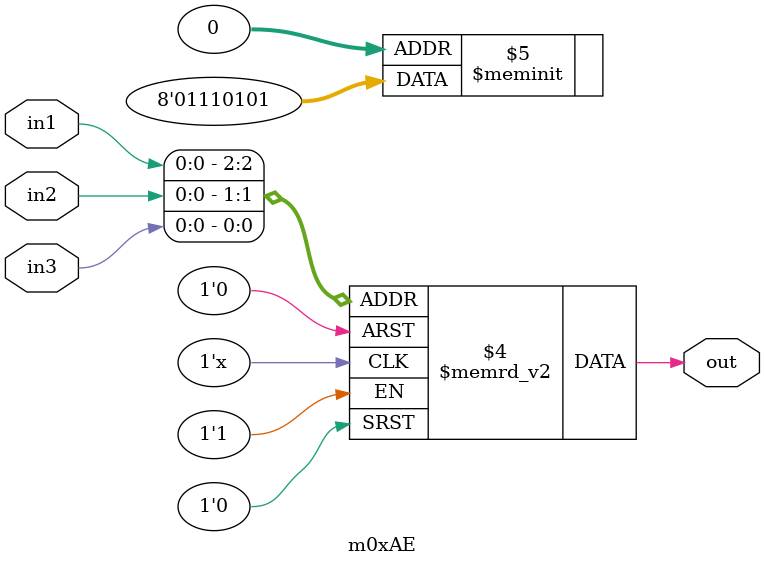
<source format=v>
module m0xAE(output out, input in1, in2, in3);

   always @(in1, in2, in3)
     begin
        case({in1, in2, in3})
          3'b000: {out} = 1'b1;
          3'b001: {out} = 1'b0;
          3'b010: {out} = 1'b1;
          3'b011: {out} = 1'b0;
          3'b100: {out} = 1'b1;
          3'b101: {out} = 1'b1;
          3'b110: {out} = 1'b1;
          3'b111: {out} = 1'b0;
        endcase // case ({in1, in2, in3})
     end // always @ (in1, in2, in3)

endmodule // m0xAE
</source>
